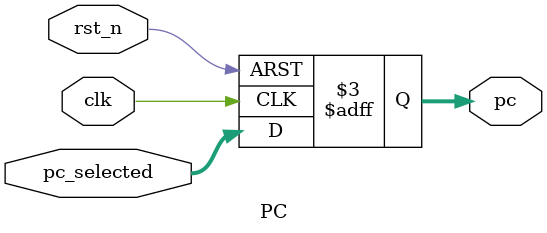
<source format=v>
`include "define.v"
module PC(
    input              clk,
    input              rst_n,
    input  wire [31:0] pc_selected,
    output reg  [31:0] pc
    );

    always@(posedge clk or negedge rst_n)
    begin
    if(~rst_n)
        pc<=-4;
    else
        pc<=pc_selected;
    end


endmodule

</source>
